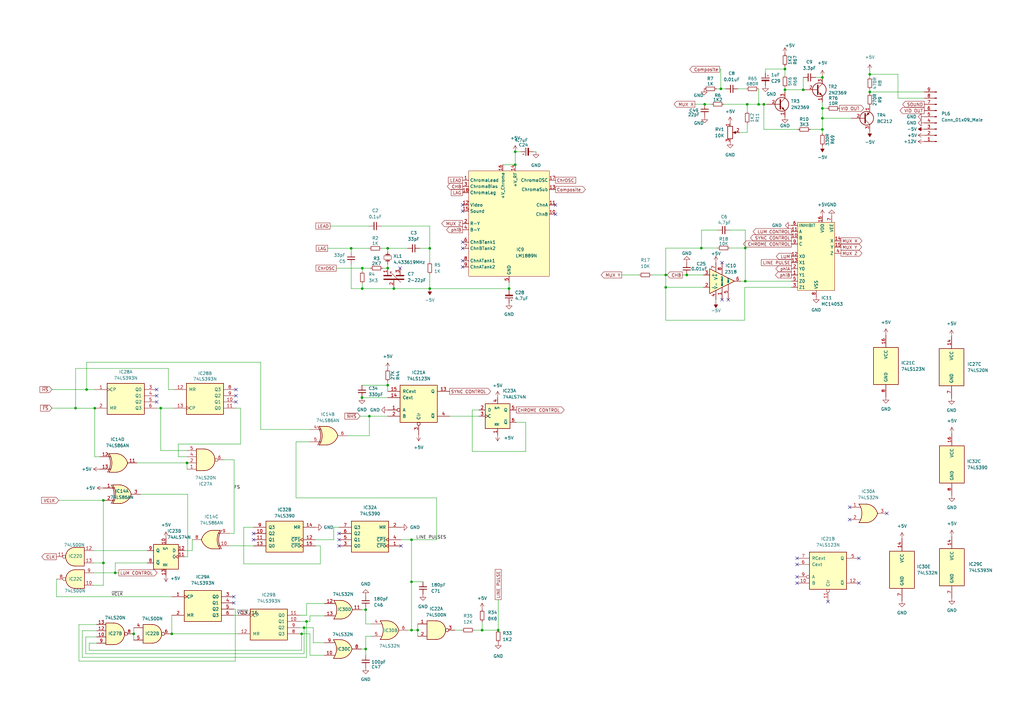
<source format=kicad_sch>
(kicad_sch (version 20230121) (generator eeschema)
  (paper "A3")
  (title_block (date "2023-01-27") (rev "1.7") (comment 2 "Reposition dram and buffer"))
  (junction (at 168.783 258.445))
  (junction (at 337.312 44.45))
  (junction (at 306.451 42.799))
  (junction (at 204.343 258.445))
  (junction (at 313.309 42.799))
  (junction (at 176.276 118.364))
  (junction (at 295.656 36.449))
  (junction (at 273.05 117.856))
  (junction (at 70.485 259.969))
  (junction (at 151.511 170.688))
  (junction (at 124.714 257.429))
  (junction (at 211.328 62.23))
  (junction (at 321.945 36.83))
  (junction (at 125.73 254.889))
  (junction (at 273.05 112.776))
  (junction (at 148.59 109.982))
  (junction (at 47.244 234.9679))
  (junction (at 149.987 266.192))
  (junction (at 176.276 101.854))
  (junction (at 287.655 101.7559))
  (junction (at 159.004 101.854))
  (junction (at 356.743 30.48))
  (junction (at 38.862 167.4252))
  (junction (at 168.783 238.633))
  (junction (at 148.59 118.364))
  (junction (at 65.913 167.386))
  (junction (at 337.312 48.514))
  (junction (at 311.15 42.799))
  (junction (at 42.418 230.886))
  (junction (at 168.783 221.361))
  (junction (at 321.945 28.3122))
  (junction (at 337.312 31.75))
  (junction (at 305.689 101.727))
  (junction (at 159.004 157.988))
  (junction (at 149.987 250.063))
  (junction (at 35.5139 159.766))
  (junction (at 76.708 189.865))
  (junction (at 161.544 118.364))
  (junction (at 356.743 37.719))
  (junction (at 159.004 109.982))
  (junction (at 30.988 167.386))
  (junction (at 171.323 258.445))
  (junction (at 281.686 112.776))
  (junction (at 144.018 101.854))
  (junction (at 289.0165 42.756))
  (junction (at 42.3968 205.232))
  (junction (at 337.312 53.086))
  (junction (at 197.7415 258.4526))
  (junction (at 54.864 259.969))
  (junction (at 329.438 36.83))
  (junction (at 208.788 118.364))
  (junction (at 148.463 163.068))
  (junction (at 305.689 115.316))
  (junction (at 211.328 67.564))
  (junction (at 123.698 259.969))
  (no_connect (at 189.738 109.474))
  (no_connect (at 189.738 106.934))
  (no_connect (at 227.838 84.074))
  (no_connect (at 189.738 99.314))
  (no_connect (at 189.738 101.854))
  (no_connect (at 227.838 87.884))
  (no_connect (at 164.465 223.901))
  (no_connect (at 64.262 164.846))
  (no_connect (at 64.262 162.306))
  (no_connect (at 64.262 159.766))
  (no_connect (at 96.774 159.766))
  (no_connect (at 96.774 162.306))
  (no_connect (at 96.774 164.846))
  (no_connect (at 352.298 239.141))
  (no_connect (at 352.298 228.981))
  (no_connect (at 339.598 246.761))
  (no_connect (at 326.898 228.981))
  (no_connect (at 326.898 231.521))
  (no_connect (at 326.898 236.601))
  (no_connect (at 326.898 239.141))
  (no_connect (at 296.164 122.936))
  (no_connect (at 296.164 107.696))
  (no_connect (at 298.704 122.936))
  (no_connect (at 104.013 218.821))
  (no_connect (at 104.013 221.361))
  (no_connect (at 189.738 86.614))
  (no_connect (at 189.738 84.074))
  (no_connect (at 139.065 218.821))
  (no_connect (at 139.065 221.361))
  (no_connect (at 95.885 244.729))
  (no_connect (at 95.885 247.269))
  (no_connect (at 139.065 223.901))
  (no_connect (at 164.084 109.982))
  (no_connect (at 348.488 208.026))
  (no_connect (at 348.488 213.106))
  (no_connect (at 363.728 210.566))
  (wire (pts (xy 159.004 156.464) (xy 159.004 157.988)))
  (wire (pts (xy 215.646 185.166) (xy 215.646 173.228)))
  (wire (pts (xy 159.004 101.854) (xy 159.004 103.124)))
  (wire (pts (xy 329.438 36.83) (xy 329.692 36.83)))
  (wire (pts (xy 337.312 53.086) (xy 337.312 48.514)))
  (wire (pts (xy 305.689 115.316) (xy 305.689 101.727)))
  (wire (pts (xy 127.127 181.229) (xy 121.412 181.229)))
  (wire (pts (xy 168.783 238.633) (xy 173.482 238.633)))
  (wire (pts (xy 287.655 101.727) (xy 294.259 101.727)))
  (wire (pts (xy 215.646 173.228) (xy 211.709 173.228)))
  (wire (pts (xy 337.312 48.514) (xy 349.123 48.514)))
  (wire (pts (xy 38.354 225.806) (xy 60.452 225.806)))
  (wire (pts (xy 30.988 167.386) (xy 27.5456 167.386)))
  (wire (pts (xy 106.934 176.149) (xy 127.127 176.149)))
  (wire (pts (xy 142.367 178.689) (xy 151.511 178.689)))
  (wire (pts (xy 321.945 36.83) (xy 321.945 37.719)))
  (wire (pts (xy 168.783 258.445) (xy 167.386 258.445)))
  (wire (pts (xy 136.906 216.281) (xy 139.065 216.281)))
  (wire (pts (xy 287.719 94.3607) (xy 287.719 101.7559)))
  (wire (pts (xy 54.864 262.509) (xy 54.864 259.969)))
  (wire (pts (xy 305.435 117.856) (xy 305.435 131.318)))
  (wire (pts (xy 218.694 62.23) (xy 219.837 62.23)))
  (wire (pts (xy 189.4134 258.4374) (xy 186.563 258.445)))
  (wire (pts (xy 356.743 38.354) (xy 356.743 37.719)))
  (wire (pts (xy 148.59 109.982) (xy 148.59 111.252)))
  (wire (pts (xy 78.8277 225.806) (xy 78.8277 221.307)))
  (wire (pts (xy 305.435 131.318) (xy 273.05 131.318)))
  (wire (pts (xy 73.152 182.118) (xy 73.152 187.325)))
  (wire (pts (xy 127.127 252.603) (xy 127.127 254.889)))
  (wire (pts (xy 27.5456 167.386) (xy 21.336 167.3837)))
  (wire (pts (xy 196.469 170.688) (xy 184.404 170.688)))
  (wire (pts (xy 32.385 256.159) (xy 39.624 256.159)))
  (wire (pts (xy 313.944 28.3122) (xy 321.945 28.3122)))
  (wire (pts (xy 295.656 28.448) (xy 295.656 36.449)))
  (wire (pts (xy 96.774 167.386) (xy 98.679 167.386)))
  (wire (pts (xy 134.366 101.854) (xy 144.018 101.854)))
  (wire (pts (xy 149.987 255.905) (xy 152.146 255.905)))
  (wire (pts (xy 148.463 157.988) (xy 159.004 157.988)))
  (wire (pts (xy 273.05 101.7559) (xy 273.05 112.776)))
  (wire (pts (xy 334.518 31.75) (xy 337.312 31.75)))
  (wire (pts (xy 156.464 101.854) (xy 159.004 101.854)))
  (wire (pts (xy 305.689 101.727) (xy 305.689 94.361)))
  (wire (pts (xy 329.438 31.75) (xy 329.438 36.83)))
  (wire (pts (xy 197.7415 258.4526) (xy 194.4934 258.4374)))
  (wire (pts (xy 306.451 54.356) (xy 303.276 54.356)))
  (wire (pts (xy 30.988 167.4252) (xy 38.862 167.4252)))
  (wire (pts (xy 179.07 221.361) (xy 168.783 221.361)))
  (wire (pts (xy 99.9744 216.281) (xy 99.9744 231.2924)))
  (wire (pts (xy 279.908 112.776) (xy 281.686 112.776)))
  (wire (pts (xy 332.359 53.086) (xy 337.312 53.086)))
  (wire (pts (xy 32.385 271.145) (xy 32.385 256.159)))
  (wire (pts (xy 176.276 92.71) (xy 176.276 101.854)))
  (wire (pts (xy 35.179 268.097) (xy 35.179 261.239)))
  (wire (pts (xy 94.0677 223.847) (xy 104.013 223.901)))
  (wire (pts (xy 151.511 170.688) (xy 159.004 170.688)))
  (wire (pts (xy 35.5139 159.766) (xy 35.5139 148.59)))
  (wire (pts (xy 193.675 185.166) (xy 215.646 185.166)))
  (wire (pts (xy 47.244 230.886) (xy 47.244 234.9679)))
  (wire (pts (xy 136.906 221.361) (xy 136.906 216.281)))
  (wire (pts (xy 38.862 167.4252) (xy 38.862 167.386)))
  (wire (pts (xy 54.864 257.429) (xy 54.864 259.969)))
  (wire (pts (xy 123.698 259.969) (xy 122.936 259.969)))
  (wire (pts (xy 285.0304 42.756) (xy 289.0165 42.756)))
  (wire (pts (xy 129.413 223.901) (xy 131.4196 223.901)))
  (wire (pts (xy 306.451 42.799) (xy 311.15 42.799)))
  (wire (pts (xy 33.782 269.621) (xy 33.782 258.699)))
  (wire (pts (xy 368.3 40.259) (xy 368.3 30.48)))
  (wire (pts (xy 321.945 27.178) (xy 321.945 28.3122)))
  (wire (pts (xy 159.004 157.988) (xy 159.004 160.528)))
  (wire (pts (xy 311.15 36.449) (xy 311.15 42.799)))
  (wire (pts (xy 122.936 252.349) (xy 125.73 252.349)))
  (wire (pts (xy 273.05 117.856) (xy 288.544 117.856)))
  (wire (pts (xy 123.698 259.969) (xy 127.127 259.969)))
  (wire (pts (xy 144.0239 118.364) (xy 148.59 118.364)))
  (wire (pts (xy 21.336 159.766) (xy 35.5139 159.766)))
  (wire (pts (xy 47.244 230.886) (xy 60.452 230.886)))
  (wire (pts (xy 23.1713 244.729) (xy 70.485 244.729)))
  (wire (pts (xy 287.655 101.727) (xy 287.655 101.7559)))
  (wire (pts (xy 161.544 117.602) (xy 161.544 118.364)))
  (wire (pts (xy 295.148 28.448) (xy 295.656 28.448)))
  (wire (pts (xy 303.784 115.316) (xy 305.689 115.316)))
  (wire (pts (xy 96.012 188.595) (xy 91.948 188.595)))
  (wire (pts (xy 35.5139 159.766) (xy 38.862 159.766)))
  (wire (pts (xy 313.309 53.086) (xy 327.279 53.086)))
  (wire (pts (xy 211.328 67.564) (xy 206.248 67.564)))
  (wire (pts (xy 311.15 42.799) (xy 313.309 42.799)))
  (wire (pts (xy 144.018 101.854) (xy 151.384 101.854)))
  (wire (pts (xy 144.018 108.458) (xy 144.0239 115.0321)))
  (wire (pts (xy 321.945 28.3122) (xy 321.945 30.861)))
  (wire (pts (xy 123.698 259.969) (xy 123.698 266.7)))
  (wire (pts (xy 204.343 258.445) (xy 204.343 247.269)))
  (wire (pts (xy 137.922 109.982) (xy 148.59 109.982)))
  (wire (pts (xy 30.988 151.13) (xy 30.988 167.386)))
  (wire (pts (xy 148.59 118.364) (xy 161.544 118.364)))
  (wire (pts (xy 306.451 42.799) (xy 306.451 45.72)))
  (wire (pts (xy 356.743 37.719) (xy 356.743 36.703)))
  (wire (pts (xy 287.719 94.3607) (xy 290.6137 94.3607)))
  (wire (pts (xy 70.485 252.349) (xy 70.485 259.969)))
  (wire (pts (xy 125.73 252.349) (xy 125.73 247.523)))
  (wire (pts (xy 122.936 257.429) (xy 124.714 257.429)))
  (wire (pts (xy 171.323 258.445) (xy 168.783 258.445)))
  (wire (pts (xy 356.743 29.0363) (xy 356.743 30.48)))
  (wire (pts (xy 70.104 259.969) (xy 70.485 259.969)))
  (wire (pts (xy 128.524 257.429) (xy 128.524 263.652)))
  (wire (pts (xy 30.988 167.4252) (xy 30.988 167.386)))
  (wire (pts (xy 193.675 168.148) (xy 196.469 168.148)))
  (wire (pts (xy 291.8105 42.756) (xy 289.0165 42.756)))
  (wire (pts (xy 213.614 62.23) (xy 211.328 62.23)))
  (wire (pts (xy 98.679 167.386) (xy 98.679 182.118)))
  (wire (pts (xy 306.07 36.449) (xy 302.641 36.449)))
  (wire (pts (xy 121.412 181.229) (xy 121.412 204.216)))
  (wire (pts (xy 313.944 29.972) (xy 313.944 28.3122)))
  (wire (pts (xy 171.323 255.905) (xy 171.323 258.445)))
  (wire (pts (xy 71.374 167.386) (xy 65.913 167.386)))
  (wire (pts (xy 172.212 101.854) (xy 176.276 101.854)))
  (wire (pts (xy 179.07 204.216) (xy 179.07 221.361)))
  (wire (pts (xy 164.465 221.361) (xy 168.783 221.361)))
  (wire (pts (xy 168.783 258.445) (xy 168.783 238.633)))
  (wire (pts (xy 208.788 115.824) (xy 208.788 118.364)))
  (wire (pts (xy 97.536 252.349) (xy 95.885 252.349)))
  (wire (pts (xy 70.485 259.969) (xy 97.536 259.969)))
  (wire (pts (xy 171.323 260.985) (xy 171.323 258.445)))
  (wire (pts (xy 356.743 30.48) (xy 356.743 31.623)))
  (wire (pts (xy 76.962 228.346) (xy 76.962 202.692)))
  (wire (pts (xy 35.179 261.239) (xy 39.624 261.239)))
  (wire (pts (xy 129.413 221.361) (xy 136.906 221.361)))
  (wire (pts (xy 267.208 112.776) (xy 273.05 112.776)))
  (wire (pts (xy 149.987 249.428) (xy 149.987 250.063)))
  (wire (pts (xy 75.692 225.806) (xy 78.8277 225.806)))
  (wire (pts (xy 151.511 170.688) (xy 151.511 178.689)))
  (wire (pts (xy 131.4196 223.901) (xy 131.4196 231.2924)))
  (wire (pts (xy 148.336 250.063) (xy 149.987 250.063)))
  (wire (pts (xy 306.451 50.8) (xy 306.451 54.356)))
  (wire (pts (xy 305.689 94.361) (xy 299.339 94.361)))
  (wire (pts (xy 296.8905 42.756) (xy 306.451 42.799)))
  (wire (pts (xy 144.018 101.854) (xy 144.018 103.378)))
  (wire (pts (xy 56.134 189.865) (xy 76.708 189.865)))
  (wire (pts (xy 299.339 101.727) (xy 305.689 101.727)))
  (wire (pts (xy 313.309 42.799) (xy 313.309 53.086)))
  (wire (pts (xy 127.127 259.969) (xy 127.127 268.732)))
  (wire (pts (xy 273.05 131.318) (xy 273.05 117.856)))
  (wire (pts (xy 42.418 205.232) (xy 42.418 230.886)))
  (wire (pts (xy 69.088 159.766) (xy 69.088 151.13)))
  (wire (pts (xy 290.6137 94.361) (xy 290.6137 94.3607)))
  (wire (pts (xy 96.52 271.145) (xy 32.385 271.145)))
  (wire (pts (xy 149.987 260.985) (xy 152.146 260.985)))
  (wire (pts (xy 149.987 268.732) (xy 149.987 266.192)))
  (wire (pts (xy 99.9744 216.281) (xy 104.013 216.281)))
  (wire (pts (xy 131.4196 231.2924) (xy 99.9744 231.2924)))
  (wire (pts (xy 122.936 254.889) (xy 125.73 254.889)))
  (wire (pts (xy 148.59 116.332) (xy 148.59 118.364)))
  (wire (pts (xy 123.698 266.7) (xy 36.576 266.7)))
  (wire (pts (xy 96.52 249.809) (xy 96.52 271.145)))
  (wire (pts (xy 98.679 182.118) (xy 73.152 182.118)))
  (wire (pts (xy 36.576 263.779) (xy 39.624 263.779)))
  (wire (pts (xy 76.962 202.692) (xy 57.6368 202.692)))
  (wire (pts (xy 124.714 268.097) (xy 35.179 268.097)))
  (wire (pts (xy 159.004 108.204) (xy 159.004 109.982)))
  (wire (pts (xy 71.374 159.766) (xy 69.088 159.766)))
  (wire (pts (xy 273.05 112.776) (xy 273.05 117.856)))
  (wire (pts (xy 159.004 101.854) (xy 167.132 101.854)))
  (wire (pts (xy 125.73 254.889) (xy 127.127 254.889)))
  (wire (pts (xy 42.418 240.0479) (xy 42.418 230.886)))
  (wire (pts (xy 379.095 40.259) (xy 368.3 40.259)))
  (wire (pts (xy 48.75 234.9679) (xy 47.244 234.9679)))
  (wire (pts (xy 42.3968 205.232) (xy 42.418 205.232)))
  (wire (pts (xy 197.7415 255.0236) (xy 197.7415 258.4526)))
  (wire (pts (xy 69.088 151.13) (xy 30.988 151.13)))
  (wire (pts (xy 124.714 257.429) (xy 124.714 268.097)))
  (wire (pts (xy 144.0239 118.364) (xy 144.0239 115.0321)))
  (wire (pts (xy 211.328 62.23) (xy 211.328 67.564)))
  (wire (pts (xy 356.743 37.719) (xy 379.095 37.719)))
  (wire (pts (xy 337.312 48.514) (xy 337.312 44.45)))
  (wire (pts (xy 127.127 252.603) (xy 133.096 252.603)))
  (wire (pts (xy 281.686 112.776) (xy 288.544 112.776)))
  (wire (pts (xy 148.209 266.192) (xy 149.987 266.192)))
  (wire (pts (xy 128.524 263.652) (xy 132.969 263.652)))
  (wire (pts (xy 148.59 109.982) (xy 151.892 109.982)))
  (wire (pts (xy 135.382 92.71) (xy 151.384 92.71)))
  (wire (pts (xy 337.312 44.45) (xy 337.312 41.91)))
  (wire (pts (xy 94.0677 218.767) (xy 96.012 218.821)))
  (wire (pts (xy 96.52 249.809) (xy 95.885 249.809)))
  (wire (pts (xy 339.217 44.45) (xy 337.312 44.45)))
  (wire (pts (xy 208.788 118.364) (xy 208.788 119.126)))
  (wire (pts (xy 36.576 266.7) (xy 36.576 263.779)))
  (wire (pts (xy 33.782 258.699) (xy 39.624 258.699)))
  (wire (pts (xy 42.418 230.886) (xy 38.354 230.886)))
  (wire (pts (xy 106.934 148.59) (xy 106.934 176.149)))
  (wire (pts (xy 262.128 112.776) (xy 255.016 112.776)))
  (wire (pts (xy 337.312 54.737) (xy 337.312 53.086)))
  (wire (pts (xy 73.152 187.325) (xy 76.708 187.325)))
  (wire (pts (xy 96.012 218.821) (xy 96.012 188.595)))
  (wire (pts (xy 295.656 36.449) (xy 297.561 36.449)))
  (wire (pts (xy 287.719 101.7559) (xy 287.655 101.7559)))
  (wire (pts (xy 47.244 234.9679) (xy 38.4113 234.9679)))
  (wire (pts (xy 305.689 115.316) (xy 324.612 115.316)))
  (wire (pts (xy 65.913 184.785) (xy 65.913 167.386)))
  (wire (pts (xy 124.714 257.429) (xy 128.524 257.429)))
  (wire (pts (xy 313.309 42.799) (xy 314.325 42.799)))
  (wire (pts (xy 337.312 31.369) (xy 337.312 31.75)))
  (wire (pts (xy 293.878 36.449) (xy 295.656 36.449)))
  (wire (pts (xy 65.913 167.386) (xy 64.262 167.386)))
  (wire (pts (xy 121.412 204.216) (xy 179.07 204.216)))
  (wire (pts (xy 176.276 101.854) (xy 176.276 107.442)))
  (wire (pts (xy 176.276 112.522) (xy 176.276 118.364)))
  (wire (pts (xy 161.544 118.364) (xy 176.276 118.364)))
  (wire (pts (xy 204.343 247.269) (xy 204.3276 245.932)))
  (wire (pts (xy 204.343 258.445) (xy 197.7415 258.4526)))
  (wire (pts (xy 125.73 247.523) (xy 133.096 247.523)))
  (wire (pts (xy 76.708 192.405) (xy 76.708 189.865)))
  (wire (pts (xy 24.13 205.232) (xy 42.3968 205.232)))
  (wire (pts (xy 75.692 228.346) (xy 76.962 228.346)))
  (wire (pts (xy 293.624 123.698) (xy 293.624 122.936)))
  (wire (pts (xy 156.972 109.982) (xy 159.004 109.982)))
  (wire (pts (xy 147.701 170.688) (xy 151.511 170.688)))
  (wire (pts (xy 368.3 30.48) (xy 356.743 30.48)))
  (wire (pts (xy 38.862 187.325) (xy 38.862 167.4252)))
  (wire (pts (xy 125.73 254.889) (xy 125.73 269.621)))
  (wire (pts (xy 76.708 184.785) (xy 65.913 184.785)))
  (wire (pts (xy 290.6137 94.361) (xy 294.259 94.361)))
  (wire (pts (xy 148.463 163.068) (xy 159.004 163.068)))
  (wire (pts (xy 176.276 118.364) (xy 208.788 118.364)))
  (wire (pts (xy 156.464 92.71) (xy 176.276 92.71)))
  (wire (pts (xy 193.675 168.148) (xy 193.675 185.166)))
  (wire (pts (xy 324.612 117.856) (xy 305.435 117.856)))
  (wire (pts (xy 168.783 221.361) (xy 168.783 238.633)))
  (wire (pts (xy 321.945 35.941) (xy 321.945 36.83)))
  (wire (pts (xy 38.862 187.325) (xy 40.894 187.325)))
  (wire (pts (xy 125.73 269.621) (xy 33.782 269.621)))
  (wire (pts (xy 273.05 101.7559) (xy 287.655 101.7559)))
  (wire (pts (xy 149.987 250.063) (xy 149.987 255.905)))
  (wire (pts (xy 149.987 266.192) (xy 149.987 260.985)))
  (wire (pts (xy 127.127 268.732) (xy 132.969 268.732)))
  (wire (pts (xy 38.4113 240.0479) (xy 42.418 240.0479)))
  (wire (pts (xy 35.5139 148.59) (xy 106.934 148.59)))
  (wire (pts (xy 23.1713 237.5079) (xy 23.1713 244.729)))
  (wire (pts (xy 321.945 36.83) (xy 329.438 36.83)))
  (label "~{VCLK}{slash}16" (at 97.1634 252.349 0))
  (label "~{VCLK}" (at 45.7031 244.729 0))
  (label "FS" (at 96.012 200.8595 0))
  (label "LINE PULSES" (at 170.6171 221.361 0))
  (global_label "VID OUT" (shape output) (at 344.297 44.45 0) (property "Intersheetrefs" "${INTERSHEET_REFS}" (effects hide)))
  (global_label "Composite" (shape output) (at 295.148 28.448 180) (property "Intersheetrefs" "${INTERSHEET_REFS}" (effects hide)))
  (global_label "LINE PULSE" (shape passive) (at 324.612 107.696 180) (property "Intersheetrefs" "${INTERSHEET_REFS}" (effects hide)))
  (global_label "VCLK" (shape input) (at 24.13 205.232 180) (property "Intersheetrefs" "${INTERSHEET_REFS}" (effects hide)))
  (global_label "MUX Z" (shape output) (at 189.738 91.694 180) (property "Intersheetrefs" "${INTERSHEET_REFS}" (effects hide)))
  (global_label "SOUND" (shape output) (at 379.095 42.799 180) (property "Intersheetrefs" "${INTERSHEET_REFS}" (effects hide)))
  (global_label "MUX X" (shape output) (at 344.932 98.806 0) (property "Intersheetrefs" "${INTERSHEET_REFS}" (effects hide)))
  (global_label "CLK" (shape output) (at 23.114 228.346 180) (property "Intersheetrefs" "${INTERSHEET_REFS}" (effects hide)))
  (global_label "MUX Y" (shape output) (at 344.932 101.346 0) (property "Intersheetrefs" "${INTERSHEET_REFS}" (effects hide)))
  (global_label "Composite" (shape output) (at 227.838 77.724 0) (property "Intersheetrefs" "${INTERSHEET_REFS}" (effects hide)))
  (global_label "ChrOSC" (shape passive) (at 137.922 109.982 180) (property "Intersheetrefs" "${INTERSHEET_REFS}" (effects hide)))
  (global_label "CHROME CONTROL" (shape output) (at 211.709 168.148 0) (property "Intersheetrefs" "${INTERSHEET_REFS}" (effects hide)))
  (global_label "ChrOSC" (shape passive) (at 227.838 73.914 0) (property "Intersheetrefs" "${INTERSHEET_REFS}" (effects hide)))
  (global_label "~{FS}" (shape input) (at 21.336 167.3837 180) (property "Intersheetrefs" "${INTERSHEET_REFS}" (effects hide)))
  (global_label "phiB" (shape output) (at 324.612 112.776 180) (property "Intersheetrefs" "${INTERSHEET_REFS}" (effects hide)))
  (global_label "SYNC CONTROL" (shape output) (at 184.404 160.528 0) (property "Intersheetrefs" "${INTERSHEET_REFS}" (effects hide)))
  (global_label "~{NHS}" (shape input) (at 147.701 170.688 180) (property "Intersheetrefs" "${INTERSHEET_REFS}" (effects hide)))
  (global_label "MUX X" (shape output) (at 285.0304 42.756 180) (property "Intersheetrefs" "${INTERSHEET_REFS}" (effects hide)))
  (global_label "CHB" (shape output) (at 189.738 76.454 180) (property "Intersheetrefs" "${INTERSHEET_REFS}" (effects hide)))
  (global_label "LUM CONTROL" (shape output) (at 324.612 94.996 180) (property "Intersheetrefs" "${INTERSHEET_REFS}" (effects hide)))
  (global_label "VID OUT" (shape output) (at 379.095 45.339 180) (property "Intersheetrefs" "${INTERSHEET_REFS}" (effects hide)))
  (global_label "CHROME CONTROL" (shape output) (at 324.612 100.076 180) (property "Intersheetrefs" "${INTERSHEET_REFS}" (effects hide)))
  (global_label "LEAD" (shape passive) (at 189.738 73.914 180) (property "Intersheetrefs" "${INTERSHEET_REFS}" (effects hide)))
  (global_label "LINE PULSE" (shape passive) (at 204.3276 245.932 90) (property "Intersheetrefs" "${INTERSHEET_REFS}" (effects hide)))
  (global_label "~{HS}" (shape input) (at 21.336 159.766 180) (property "Intersheetrefs" "${INTERSHEET_REFS}" (effects hide)))
  (global_label "CHB" (shape output) (at 279.908 112.776 180) (property "Intersheetrefs" "${INTERSHEET_REFS}" (effects hide)))
  (global_label "LEAD" (shape passive) (at 135.382 92.71 180) (property "Intersheetrefs" "${INTERSHEET_REFS}" (effects hide)))
  (global_label "LUM" (shape output) (at 324.612 105.156 180) (property "Intersheetrefs" "${INTERSHEET_REFS}" (effects hide)))
  (global_label "MUX Y" (shape output) (at 255.016 112.776 180) (property "Intersheetrefs" "${INTERSHEET_REFS}" (effects hide)))
  (global_label "LAG" (shape passive) (at 189.738 78.994 180) (property "Intersheetrefs" "${INTERSHEET_REFS}" (effects hide)))
  (global_label "LAG" (shape passive) (at 134.366 101.854 180) (property "Intersheetrefs" "${INTERSHEET_REFS}" (effects hide)))
  (global_label "SYNC CONTROL" (shape output) (at 324.612 97.536 180) (property "Intersheetrefs" "${INTERSHEET_REFS}" (effects hide)))
  (global_label "MUX Z" (shape output) (at 344.932 103.886 0) (property "Intersheetrefs" "${INTERSHEET_REFS}" (effects hide)))
  (global_label "phiB" (shape output) (at 189.738 94.234 180) (property "Intersheetrefs" "${INTERSHEET_REFS}" (effects hide)))
  (global_label "LUM CONTROL" (shape output) (at 48.75 234.9679 0) (property "Intersheetrefs" "${INTERSHEET_REFS}" (effects hide)))
  (global_label "phiA" (shape output) (at 324.612 110.236 180) (property "Intersheetrefs" "${INTERSHEET_REFS}" (effects hide)))
  (symbol (lib_id "Device:C_Polarized_Small") (at 313.944 32.512 0) (mirror y) (unit 1)
    (property "Reference" "C29" (at 316.23 33.236 0) (effects (justify right)))
    (property "Value" "1uF" (at 316.23 30.696 0) (effects (justify right)))
    (property "Footprint" "Capacitor_THT:CP_Radial_D5.0mm_P2.50mm" (effects hide))
    (property "Datasheet" "https://www.we-online.com/katalog/datasheet/860020772005.pdf" (effects hide))
    (property "DigiKey" "732-8966-1-ND" (effects hide))
  )
  (symbol (lib_id "power:GND") (at 149.987 273.812 0) (mirror y) (unit 1)
    (property "Reference" "#PWR0253" (effects hide))
    (property "Value" "GND" (at 149.987 278.638 0))
  )
  (symbol (lib_id "Device:R_Small") (at 197.7415 252.4836 180) (unit 1)
    (property "Reference" "R34" (at 200.0275 251.2135 0) (effects (justify right)))
    (property "Value" "8K8" (at 200.0275 253.7535 0) (effects (justify right)))
    (property "Footprint" "Resistor_THT:R_Axial_DIN0207_L6.3mm_D2.5mm_P10.16mm_Horizontal" (effects hide))
    (property "DigiKey" "CF14JT6K80CT-ND" (effects hide))
    (property "alt" "20K" (effects hide))
  )
  (symbol (lib_id "power:+5V") (at 171.704 178.308 180) (unit 1)
    (property "Reference" "#PWR0273" (effects hide))
    (property "Value" "+5V" (at 171.704 183.515 0))
  )
  (symbol (lib_id "Device:R_Small") (at 153.924 101.854 270) (unit 1)
    (property "Reference" "R2" (at 153.924 97.663 90))
    (property "Value" "1K" (at 153.924 99.822 90))
    (property "Footprint" "Resistor_THT:R_Axial_DIN0207_L6.3mm_D2.5mm_P10.16mm_Horizontal" (effects hide))
    (property "DigiKey" "CF14JT1K00CT-ND" (effects hide))
  )
  (symbol (lib_id "74xx:74LS20") (at 47.244 259.969 0) (mirror x) (unit 2)
    (property "Reference" "IC27" (at 47.244 259.842 0))
    (property "Value" "74LS20N" (at 47.244 253.365 0))
    (property "Footprint" "Package_DIP:DIP-14_W7.62mm" (effects hide))
    (property "Datasheet" "http://www.ti.com/lit/gpn/sn74LS20" (effects hide))
    (property "DigiKey" "296-3670-5-ND" (effects hide))
  )
  (symbol (lib_id "vdg:SFC2318DC") (at 293.624 115.316 0) (unit 1)
    (property "Reference" "IC10" (at 299.72 108.966 0))
    (property "Value" "2318" (at 299.72 111.506 0))
    (property "Footprint" "Package_DIP:DIP-8_W7.62mm" (effects hide))
    (property "Datasheet" "https://ww1.microchip.com/downloads/en/DeviceDoc/20001811F.pdf" (effects hide))
    (property "DigiKey" "MCP6281-E/P-ND" (effects hide))
    (property "Note" "donor only but MCP6821E is alt (ref on digikey)" (effects hide))
  )
  (symbol (lib_id "Device:C_Small") (at 148.463 160.528 0) (unit 1)
    (property "Reference" "C34" (at 151.13 159.2642 0) (effects (justify left)))
    (property "Value" "330pF" (at 151.13 161.8042 0) (effects (justify left)))
    (property "Footprint" "Capacitor_THT:C_Disc_D3.0mm_W2.0mm_P2.50mm" (effects hide))
    (property "Datasheet" "https://www.vishay.com/docs/45171/kseries.pdf" (effects hide))
    (property "DigiKey" "BC1045CT-ND" (effects hide))
  )
  (symbol (lib_id "power:GND") (at 379.095 50.419 270) (unit 1)
    (property "Reference" "#PWR019" (effects hide))
    (property "Value" "GND" (at 375.92 50.4189 90) (effects (justify right)))
  )
  (symbol (lib_id "Transistor_BJT:BC141") (at 319.405 42.799 0) (unit 1)
    (property "Reference" "TR3" (at 324.358 41.5289 0) (effects (justify left)))
    (property "Value" "2N2369" (at 324.358 44.0689 0) (effects (justify left)))
    (property "Footprint" "Package_TO_SOT_THT:TO-92_Inline" (effects hide))
    (property "Datasheet" "http://www.farnell.com/datasheets/296634.pdf" (effects hide))
    (property "DigiKey" "2N4401D26ZCT-ND" (effects hide))
    (property "Note" "use 2N4401TFR" (effects hide))
  )
  (symbol (lib_id "power:+5V") (at 369.951 220.98 0) (unit 1)
    (property "Reference" "#PWR0261" (effects hide))
    (property "Value" "+5V" (at 369.951 215.773 0))
  )
  (symbol (lib_id "power:GND") (at 288.798 36.449 0) (unit 1)
    (property "Reference" "#PWR07" (effects hide))
    (property "Value" "GND" (at 286.512 39.116 0))
  )
  (symbol (lib_id "74xx:74LS86") (at 50.0168 202.692 0) (unit 1)
    (property "Reference" "IC14" (at 50.0168 201.422 0))
    (property "Value" "74LS86AN" (at 50.0168 203.962 0))
    (property "Footprint" "Package_DIP:DIP-14_W7.62mm" (effects hide))
    (property "Datasheet" "https://media.digikey.com/pdf/Data%20Sheets/Fairchild%20PDFs/DM74LS86.pdf" (effects hide))
    (property "DigiKey" "296-1669-5-ND" (effects hide))
  )
  (symbol (lib_id "power:+5V") (at 40.894 192.405 90) (unit 1)
    (property "Reference" "#PWR0242" (effects hide))
    (property "Value" "+5V" (at 37.592 192.4049 90) (effects (justify left)))
  )
  (symbol (lib_id "power:GND") (at 159.004 168.148 270) (unit 1)
    (property "Reference" "#PWR0274" (effects hide))
    (property "Value" "GND" (at 155.829 168.1479 90) (effects (justify right)))
  )
  (symbol (lib_id "power:GND") (at 313.944 35.052 0) (unit 1)
    (property "Reference" "#PWR010" (effects hide))
    (property "Value" "GND" (at 316.357 38.608 0))
  )
  (symbol (lib_id "74xx:74LS32") (at 369.951 233.68 0) (unit 5)
    (property "Reference" "IC30" (at 376.047 232.4099 0) (effects (justify left)))
    (property "Value" "74LS32N" (at 376.047 234.9499 0) (effects (justify left)))
    (property "Footprint" "Package_DIP:DIP-14_W7.62mm" (effects hide))
    (property "Datasheet" "http://www.ti.com/lit/gpn/sn74LS32" (effects hide))
    (property "DigiKey" "296-1658-5-ND" (effects hide))
  )
  (symbol (lib_id "Device:R_Small") (at 356.743 34.163 180) (unit 1)
    (property "Reference" "R8" (at 360.934 34.163 90))
    (property "Value" "470R" (at 358.775 34.163 90))
    (property "Footprint" "Resistor_THT:R_Axial_DIN0207_L6.3mm_D2.5mm_P10.16mm_Horizontal" (effects hide))
    (property "DigiKey" "CF14JT270RCT-ND" (effects hide))
  )
  (symbol (lib_id "power:+5V") (at 204.089 178.308 180) (unit 1)
    (property "Reference" "#PWR0275" (effects hide))
    (property "Value" "+5V" (at 206.629 179.5779 0) (effects (justify right)))
  )
  (symbol (lib_id "Device:R_Small") (at 321.945 33.401 180) (unit 1)
    (property "Reference" "R68" (at 326.136 33.401 90))
    (property "Value" "5K6" (at 323.977 33.401 90))
    (property "Footprint" "Resistor_THT:R_Axial_DIN0207_L6.3mm_D2.5mm_P10.16mm_Horizontal" (effects hide))
    (property "DigiKey" "CF14JT5K60CT-ND" (effects hide))
  )
  (symbol (lib_id "74xx:74LS74") (at 204.089 170.688 0) (unit 1)
    (property "Reference" "IC23" (at 206.1084 160.274 0) (effects (justify left)))
    (property "Value" "74ALS74N" (at 206.1084 162.814 0) (effects (justify left)))
    (property "Footprint" "Package_DIP:DIP-14_W7.62mm" (effects hide))
    (property "Datasheet" "https://www.ti.com/lit/ds/symlink/sn74als74a.pdf" (effects hide))
    (property "DigiKey" "296-1506-5-ND" (effects hide))
    (property "Note" "LS74 no longer produced, ALS or HCT instead" (effects hide))
  )
  (symbol (lib_id "power:+5V") (at 337.312 88.646 0) (unit 1)
    (property "Reference" "#PWR0264" (effects hide))
    (property "Value" "+5V" (at 337.312 83.947 0))
  )
  (symbol (lib_id "power:GND") (at 149.987 244.348 0) (mirror x) (unit 1)
    (property "Reference" "#PWR0268" (effects hide))
    (property "Value" "GND" (at 149.987 239.522 0))
  )
  (symbol (lib_id "power:GND") (at 164.465 216.281 90) (mirror x) (unit 1)
    (property "Reference" "#PWR0267" (effects hide))
    (property "Value" "GND" (at 168.148 216.2809 90) (effects (justify right)))
  )
  (symbol (lib_id "Device:R_Small") (at 291.338 36.449 270) (unit 1)
    (property "Reference" "R7" (at 291.338 32.258 90))
    (property "Value" "1K" (at 291.338 34.417 90))
    (property "Footprint" "Resistor_THT:R_Axial_DIN0207_L6.3mm_D2.5mm_P10.16mm_Horizontal" (effects hide))
    (property "DigiKey" "CF14JT22K0CT-ND" (effects hide))
  )
  (symbol (lib_id "power:GND") (at 369.951 246.38 0) (unit 1)
    (property "Reference" "#PWR0262" (effects hide))
    (property "Value" "GND" (at 369.951 251.333 0))
  )
  (symbol (lib_id "power:GND") (at 390.398 203.2 0) (unit 1)
    (property "Reference" "#PWR0246" (effects hide))
    (property "Value" "GND" (at 390.398 208.153 0))
  )
  (symbol (lib_id "power:+5V") (at 379.095 55.499 90) (unit 1)
    (property "Reference" "#PWR0281" (effects hide))
    (property "Value" "+5V" (at 372.11 55.499 90) (effects (justify right)))
  )
  (symbol (lib_id "power:+5V") (at 363.347 137.414 0) (unit 1)
    (property "Reference" "#PWR0271" (effects hide))
    (property "Value" "+5V" (at 363.347 132.207 0))
  )
  (symbol (lib_id "Transistor_BJT:BC141") (at 334.772 36.83 0) (unit 1)
    (property "Reference" "TR2" (at 339.725 35.5599 0) (effects (justify left)))
    (property "Value" "2N2369" (at 339.725 38.0999 0) (effects (justify left)))
    (property "Footprint" "Package_TO_SOT_THT:TO-92_Inline" (effects hide))
    (property "Datasheet" "http://www.farnell.com/datasheets/296634.pdf" (effects hide))
    (property "DigiKey" "2N4401D26ZCT-ND" (effects hide))
    (property "Note" "use 2N4401TFR" (effects hide))
  )
  (symbol (lib_id "Device:C_Small") (at 300.101 36.449 270) (unit 1)
    (property "Reference" "C8" (at 300.0946 30.099 90))
    (property "Value" "0.01uF" (at 300.0946 32.639 90))
    (property "Footprint" "Capacitor_THT:C_Disc_D4.3mm_W1.9mm_P5.00mm" (effects hide))
    (property "Datasheet" "https://www.vishay.com/docs/45171/kseries.pdf" (effects hide))
    (property "DigiKey" "BC2662CT-ND" (effects hide))
  )
  (symbol (lib_id "Device:C_Small") (at 149.987 246.888 0) (mirror x) (unit 1)
    (property "Reference" "C46" (at 153.289 248.1518 0) (effects (justify left)))
    (property "Value" "180pF" (at 153.289 245.6118 0) (effects (justify left)))
    (property "Footprint" "Capacitor_THT:C_Disc_D3.0mm_W2.0mm_P2.50mm" (effects hide))
    (property "Datasheet" "https://www.vishay.com/docs/45171/kseries.pdf" (effects hide))
    (property "DigiKey" "BC1016CT-ND" (effects hide))
  )
  (symbol (lib_id "74xx:74LS00") (at 62.484 259.969 0) (unit 2)
    (property "Reference" "IC22" (at 62.484 259.842 0))
    (property "Value" "74LS00N" (at 62.484 253.746 0))
    (property "Footprint" "Package_DIP:DIP-14_W7.62mm" (effects hide))
    (property "Datasheet" "http://www.ti.com/lit/gpn/sn74ls00" (effects hide))
    (property "DigiKey" "296-1626-ND" (effects hide))
  )
  (symbol (lib_id "Device:R_Small") (at 176.276 109.982 0) (unit 1)
    (property "Reference" "R5" (at 178.054 108.7119 0) (effects (justify left)))
    (property "Value" "1K" (at 178.054 111.2519 0) (effects (justify left)))
    (property "Footprint" "Resistor_THT:R_Axial_DIN0207_L6.3mm_D2.5mm_P10.16mm_Horizontal" (effects hide))
    (property "DigiKey" "CF14JT1K00CT-ND" (effects hide))
  )
  (symbol (lib_id "power:GND") (at 341.122 88.646 180) (unit 1)
    (property "Reference" "#PWR0265" (effects hide))
    (property "Value" "GND" (at 341.122 83.947 0))
  )
  (symbol (lib_id "power:+5V") (at 356.743 29.0363 0) (unit 1)
    (property "Reference" "#PWR015" (effects hide))
    (property "Value" "+5V" (at 356.743 23.4483 0))
  )
  (symbol (lib_id "74xx:74LS32") (at 140.716 250.063 0) (unit 4)
    (property "Reference" "IC30" (at 141.224 249.936 0))
    (property "Value" "74LS32N" (at 140.716 243.713 0))
    (property "Footprint" "Package_DIP:DIP-14_W7.62mm" (effects hide))
    (property "Datasheet" "http://www.ti.com/lit/gpn/sn74LS32" (effects hide))
    (property "DigiKey" "296-1658-5-ND" (effects hide))
  )
  (symbol (lib_id "74xx:74LS393") (at 110.236 254.889 0) (unit 2)
    (property "Reference" "IC29" (at 110.236 243.967 0))
    (property "Value" "74LS393N" (at 110.236 246.507 0))
    (property "Footprint" "Package_DIP:DIP-14_W7.62mm" (effects hide))
    (property "Datasheet" "https://www.ti.com/general/docs/suppproductinfo.tsp?distId=10&gotoUrl=https%3A%2F%2Fwww.ti.com%2Flit%2Fgpn%2Fsn74ls390" (effects hide))
    (property "DigiKey" "296-1665-5-ND" (effects hide))
  )
  (symbol (lib_id "Device:R_Small") (at 321.945 24.638 180) (unit 1)
    (property "Reference" "R67" (at 326.136 24.638 90))
    (property "Value" "1K2" (at 323.977 24.638 90))
    (property "Footprint" "Resistor_THT:R_Axial_DIN0207_L6.3mm_D2.5mm_P10.16mm_Horizontal" (effects hide))
    (property "DigiKey" "CF14JT1K20CT-ND" (effects hide))
  )
  (symbol (lib_id "74xx:74LS86") (at 48.514 189.865 0) (unit 4)
    (property "Reference" "IC14" (at 48.2092 180.213 0))
    (property "Value" "74LS86AN" (at 48.2092 182.753 0))
    (property "Footprint" "Package_DIP:DIP-14_W7.62mm" (effects hide))
    (property "Datasheet" "https://media.digikey.com/pdf/Data%20Sheets/Fairchild%20PDFs/DM74LS86.pdf" (effects hide))
    (property "DigiKey" "296-1669-5-ND" (effects hide))
  )
  (symbol (lib_id "74xx:74LS393") (at 390.398 232.664 0) (unit 3)
    (property "Reference" "IC29" (at 397.256 231.3939 0) (effects (justify left)))
    (property "Value" "74LS393N" (at 397.256 233.9339 0) (effects (justify left)))
    (property "Footprint" "Package_DIP:DIP-14_W7.62mm" (effects hide))
    (property "Datasheet" "https://www.ti.com/general/docs/suppproductinfo.tsp?distId=10&gotoUrl=https%3A%2F%2Fwww.ti.com%2Flit%2Fgpn%2Fsn74ls390" (effects hide))
    (property "DigiKey" "296-1665-5-ND" (effects hide))
  )
  (symbol (lib_id "Device:C_Polarized_Small") (at 216.154 62.23 90) (unit 1)
    (property "Reference" "C24" (at 212.725 59.436 90) (effects (justify right)))
    (property "Value" "4.7uF" (at 211.074 57.531 90) (effects (justify right)))
    (property "Footprint" "Capacitor_THT:CP_Radial_D5.0mm_P2.50mm" (effects hide))
    (property "Datasheet" "https://datasheets.kyocera-avx.com/tap.pdf" (effects hide))
    (property "DigiKey" "478-8984-1-ND" (effects hide))
  )
  (symbol (lib_id "power:+5V") (at 293.624 107.696 0) (unit 1)
    (property "Reference" "#PWR0259" (effects hide))
    (property "Value" "+5V" (at 293.624 104.013 0))
  )
  (symbol (lib_id "74xx:74LS86") (at 86.4477 221.307 0) (mirror y) (unit 3)
    (property "Reference" "IC14" (at 86.7525 211.909 0))
    (property "Value" "74LS86AN" (at 86.7525 214.449 0))
    (property "Footprint" "Package_DIP:DIP-14_W7.62mm" (effects hide))
    (property "Datasheet" "https://media.digikey.com/pdf/Data%20Sheets/Fairchild%20PDFs/DM74LS86.pdf" (effects hide))
    (property "DigiKey" "296-1669-5-ND" (effects hide))
  )
  (symbol (lib_id "74xx:74LS123") (at 339.598 234.061 0) (unit 2)
    (property "Reference" "IC21" (at 339.598 220.98 0))
    (property "Value" "74LS123N" (at 339.598 223.52 0))
    (property "Footprint" "Package_DIP:DIP-16_W7.62mm" (effects hide))
    (property "Datasheet" "http://www.ti.com/lit/gpn/sn74LS123" (effects hide))
    (property "DigiKey" "296-1636-5-ND" (effects hide))
  )
  (symbol (lib_id "Device:R_Small") (at 191.9534 258.4374 270) (unit 1)
    (property "Reference" "R35" (at 191.9534 252.5954 90))
    (property "Value" "12K" (at 191.9534 255.1354 90))
    (property "Footprint" "Resistor_THT:R_Axial_DIN0207_L6.3mm_D2.5mm_P10.16mm_Horizontal" (effects hide))
    (property "DigiKey" "CF14JT15K0CT-ND" (effects hide))
  )
  (symbol (lib_id "Device:Crystal_Small") (at 159.004 105.664 90) (unit 1)
    (property "Reference" "XL1" (at 161.29 105.029 90) (effects (justify right)))
    (property "Value" "4.433619MHz" (at 161.29 107.569 90) (effects (justify right)))
    (property "Footprint" "Crystal:Crystal_HC49-U_Horizontal" (effects hide))
    (property "Datasheet" "https://www.we-online.com/catalog/datasheet/830003099B.pdf" (effects hide))
    (property "DigiKey" "1923-830003099B-ND" (effects hide))
  )
  (symbol (lib_id "power:-5V") (at 293.624 123.698 0) (mirror x) (unit 1)
    (property "Reference" "#PWR0256" (effects hide))
    (property "Value" "-5V" (at 293.624 127.381 0))
  )
  (symbol (lib_id "Device:C_Small") (at 281.686 110.236 180) (unit 1)
    (property "Reference" "C25" (at 285.623 108.204 0) (effects (justify right)))
    (property "Value" "0.01uF" (at 283.464 110.236 0) (effects (justify right)))
    (property "Footprint" "Capacitor_THT:C_Disc_D4.3mm_W1.9mm_P5.00mm" (effects hide))
    (property "Datasheet" "https://www.vishay.com/docs/45171/kseries.pdf" (effects hide))
    (property "DigiKey" "BC2662CT-ND" (effects hide))
  )
  (symbol (lib_id "Device:C_Small") (at 144.018 105.918 0) (unit 1)
    (property "Reference" "C5" (at 141.732 107.188 0) (effects (justify right)))
    (property "Value" "33pF" (at 141.732 104.648 0) (effects (justify right)))
    (property "Footprint" "Capacitor_THT:C_Disc_D3.0mm_W2.0mm_P2.50mm" (effects hide))
    (property "Datasheet" "https://www.vishay.com/docs/45171/kseries.pdf" (effects hide))
    (property "DigiKey" "BC1007CT-ND" (effects hide))
  )
  (symbol (lib_id "Device:R_Small") (at 356.743 40.894 180) (unit 1)
    (property "Reference" "R9" (at 360.934 40.894 90))
    (property "Value" "270R" (at 358.775 40.894 90))
    (property "Footprint" "Resistor_THT:R_Axial_DIN0207_L6.3mm_D2.5mm_P10.16mm_Horizontal" (effects hide))
    (property "DigiKey" "CF14JT270RCT-ND" (effects hide))
  )
  (symbol (lib_id "power:+5V") (at 390.398 177.8 0) (unit 1)
    (property "Reference" "#PWR0249" (effects hide))
    (property "Value" "+5V" (at 390.398 172.593 0))
  )
  (symbol (lib_id "power:-5V") (at 379.095 52.959 90) (unit 1)
    (property "Reference" "#PWR0282" (effects hide))
    (property "Value" "-5V" (at 371.983 52.959 90) (effects (justify right)))
  )
  (symbol (lib_id "power:GND") (at 324.612 92.456 270) (unit 1)
    (property "Reference" "#PWR0266" (effects hide))
    (property "Value" "GND" (at 320.675 92.4559 90) (effects (justify right)))
  )
  (symbol (lib_id "power:-5V") (at 176.276 118.364 180) (unit 1)
    (property "Reference" "#PWR06" (effects hide))
    (property "Value" "-5V" (at 176.276 123.063 0))
  )
  (symbol (lib_id "power:+5V") (at 68.072 235.966 180) (unit 1)
    (property "Reference" "#PWR0243" (effects hide))
    (property "Value" "+5V" (at 69.85 237.2359 0) (effects (justify right)))
  )
  (symbol (lib_id "power:-5V") (at 356.743 53.594 180) (unit 1)
    (property "Reference" "#PWR016" (effects hide))
    (property "Value" "-5V" (at 356.743 58.293 0))
  )
  (symbol (lib_id "74xx:74LS20") (at 84.328 188.595 0) (mirror x) (unit 1)
    (property "Reference" "IC27" (at 84.328 198.501 0))
    (property "Value" "74LS20N" (at 84.328 195.961 0))
    (property "Footprint" "Package_DIP:DIP-14_W7.62mm" (effects hide))
    (property "Datasheet" "http://www.ti.com/lit/gpn/sn74LS20" (effects hide))
    (property "DigiKey" "296-3670-5-ND" (effects hide))
  )
  (symbol (lib_id "power:GND") (at 334.772 121.666 0) (unit 1)
    (property "Reference" "#PWR0263" (effects hide))
    (property "Value" "GND" (at 334.772 127.127 0))
  )
  (symbol (lib_id "Device:C_Small") (at 169.672 101.854 270) (unit 1)
    (property "Reference" "C3" (at 169.6656 95.504 90))
    (property "Value" "33pF" (at 169.6656 98.044 90))
    (property "Footprint" "Capacitor_THT:C_Disc_D3.0mm_W2.0mm_P2.50mm" (effects hide))
    (property "Datasheet" "https://www.vishay.com/docs/45171/kseries.pdf" (effects hide))
    (property "DigiKey" "BC1007CT-ND" (effects hide))
  )
  (symbol (lib_id "power:GND") (at 129.413 216.281 90) (mirror x) (unit 1)
    (property "Reference" "#PWR0252" (effects hide))
    (property "Value" "GND" (at 132.715 216.2809 90) (effects (justify right)))
  )
  (symbol (lib_id "power:GND") (at 363.347 162.814 0) (unit 1)
    (property "Reference" "#PWR0270" (effects hide))
    (property "Value" "GND" (at 363.347 167.767 0))
  )
  (symbol (lib_id "74xx:74LS390") (at 151.765 221.361 180) (unit 1)
    (property "Reference" "IC32" (at 151.765 208.153 0))
    (property "Value" "74LS390" (at 151.765 210.693 0))
    (property "Footprint" "Package_DIP:DIP-16_W7.62mm" (effects hide))
    (property "Datasheet" "http://www.ti.com/lit/gpn/sn74LS390" (effects hide))
    (property "DigiKey" "296-26516-5-ND" (effects hide))
  )
  (symbol (lib_id "vdg:MC14053") (at 334.772 105.156 0) (unit 1)
    (property "Reference" "IC11" (at 336.7914 122.174 0) (effects (justify left)))
    (property "Value" "MC14053" (at 336.7914 124.714 0) (effects (justify left)))
    (property "Footprint" "Package_DIP:DIP-16_W7.62mm" (effects hide))
    (property "Datasheet" "https://rocelec.widen.net/view/pdf/kdbfj5guvk/MOTOS09506-1.pdf?t.download=true&u=5oefqw" (effects hide))
    (property "DigiKey" "296-2059-ND" (effects hide))
    (property "Note" "obsolete use CD4053B" (effects hide))
  )
  (symbol (lib_id "power:GND") (at 379.095 47.879 270) (unit 1)
    (property "Reference" "#PWR018" (effects hide))
    (property "Value" "GND" (at 375.92 47.8789 90) (effects (justify right)))
  )
  (symbol (lib_id "Device:C_Polarized_Small") (at 208.788 121.666 180) (unit 1)
    (property "Reference" "C28" (at 211.201 120.015 0) (effects (justify right)))
    (property "Value" "4.7uF" (at 211.201 122.428 0) (effects (justify right)))
    (property "Footprint" "Capacitor_THT:CP_Radial_D5.0mm_P2.50mm" (effects hide))
    (property "Datasheet" "https://datasheets.kyocera-avx.com/tap.pdf" (effects hide))
    (property "DigiKey" "478-8984-1-ND" (effects hide))
  )
  (symbol (lib_id "power:+5V") (at 42.3968 200.152 90) (unit 1)
    (property "Reference" "#PWR0244" (effects hide))
    (property "Value" "+5V" (at 39.0948 200.1519 90) (effects (justify left)))
  )
  (symbol (lib_id "Device:C_Small") (at 153.924 92.71 270) (unit 1)
    (property "Reference" "C2" (at 153.9176 86.36 90))
    (property "Value" "0.1uF" (at 153.9176 88.9 90))
    (property "Footprint" "Capacitor_THT:C_Disc_D4.3mm_W1.9mm_P5.00mm" (effects hide))
    (property "Datasheet" "https://www.vishay.com/docs/45171/kseries.pdf" (effects hide))
    (property "DigiKey" "BC1101CT-ND" (effects hide))
  )
  (symbol (lib_id "Transistor_BJT:2N3906") (at 354.203 48.514 0) (mirror x) (unit 1)
    (property "Reference" "TR4" (at 359.664 47.2439 0) (effects (justify left)))
    (property "Value" "BC212" (at 359.664 49.7839 0) (effects (justify left)))
    (property "Footprint" "Package_TO_SOT_THT:TO-92_Inline" (effects hide))
    (property "Datasheet" "https://www.onsemi.com/pub/Collateral/2N3906-D.PDF" (effects hide))
    (property "DigiKey" "2N3906D26ZCT-ND" (effects hide))
    (property "Note" "use 2N3906" (effects hide))
  )
  (symbol (lib_id "74xx:74LS00") (at 178.943 258.445 0) (unit 1)
    (property "Reference" "IC22" (at 178.943 249.682 0))
    (property "Value" "74LS00N" (at 178.943 252.222 0))
    (property "Footprint" "Package_DIP:DIP-14_W7.62mm" (effects hide))
    (property "Datasheet" "http://www.ti.com/lit/gpn/sn74ls00" (effects hide))
    (property "DigiKey" "296-1626-ND" (effects hide))
  )
  (symbol (lib_id "Device:C_Small") (at 331.978 31.75 270) (unit 1)
    (property "Reference" "C9" (at 331.9716 25.4 90))
    (property "Value" "3.3pF" (at 331.9716 27.94 90))
    (property "Footprint" "Capacitor_THT:C_Disc_D3.0mm_W2.0mm_P2.50mm" (effects hide))
    (property "Datasheet" "https://connect.kemet.com:7667/gateway/IntelliData-ComponentDocumentation/1.0/download/datasheet/C315C220K2G5TA7301" (effects hide))
    (property "DigiKey" "399-13930-1-ND" (effects hide))
  )
  (symbol (lib_id "power:+5V") (at 390.271 137.922 0) (unit 1)
    (property "Reference" "#PWR0251" (effects hide))
    (property "Value" "+5V" (at 390.271 132.715 0))
  )
  (symbol (lib_id "Device:R_Small") (at 264.668 112.776 90) (unit 1)
    (property "Reference" "R17" (at 264.668 106.68 90))
    (property "Value" "10K" (at 264.668 109.22 90))
    (property "Footprint" "Resistor_THT:R_Axial_DIN0207_L6.3mm_D2.5mm_P10.16mm_Horizontal" (effects hide))
    (property "DigiKey" "CF14JT10K0CT-ND" (effects hide))
  )
  (symbol (lib_id "power:+5V") (at 211.328 62.23 0) (unit 1)
    (property "Reference" "#PWR03" (effects hide))
    (property "Value" "+5V" (at 211.328 56.642 0))
  )
  (symbol (lib_id "power:GND") (at 281.686 107.696 180) (unit 1)
    (property "Reference" "#PWR0257" (effects hide))
    (property "Value" "GND" (at 281.686 103.886 0))
  )
  (symbol (lib_id "Device:C_Small") (at 289.0165 45.296 0) (unit 1)
    (property "Reference" "C49" (at 286.5575 45.3077 0) (effects (justify right)))
    (property "Value" "22pF" (at 287.02 46.99 0) (effects (justify right)))
    (property "Footprint" "Capacitor_THT:C_Disc_D3.0mm_W2.0mm_P2.50mm" (effects hide))
    (property "Datasheet" "https://connect.kemet.com:7667/gateway/IntelliData-ComponentDocumentation/1.0/download/datasheet/C315C220K2G5TA7301" (effects hide))
    (property "DigiKey" "399-13930-1-ND" (effects hide))
  )
  (symbol (lib_id "74xx:74LS123") (at 363.347 150.114 0) (unit 3)
    (property "Reference" "IC21" (at 369.57 148.8439 0) (effects (justify left)))
    (property "Value" "74LS123N" (at 369.57 151.3839 0) (effects (justify left)))
    (property "Footprint" "Package_DIP:DIP-16_W7.62mm" (effects hide))
    (property "Datasheet" "http://www.ti.com/lit/gpn/sn74LS123" (effects hide))
    (property "DigiKey" "296-1636-5-ND" (effects hide))
  )
  (symbol (lib_id "power:GND") (at 173.482 243.713 0) (unit 1)
    (property "Reference" "#PWR0254" (effects hide))
    (property "Value" "GND" (at 173.482 248.793 0))
  )
  (symbol (lib_id "power:+5V") (at 68.072 220.726 0) (unit 1)
    (property "Reference" "#PWR0245" (effects hide))
    (property "Value" "+5V" (at 68.072 215.265 0))
  )
  (symbol (lib_id "Device:C_Small") (at 173.482 241.173 0) (mirror x) (unit 1)
    (property "Reference" "C71" (at 176.784 242.4368 0) (effects (justify left)))
    (property "Value" "180pF" (at 176.784 239.8968 0) (effects (justify left)))
    (property "Footprint" "Capacitor_THT:C_Disc_D3.0mm_W2.0mm_P2.50mm" (effects hide))
    (property "Datasheet" "https://www.vishay.com/docs/45171/kseries.pdf" (effects hide))
    (property "DigiKey" "BC1016CT-ND" (effects hide))
  )
  (symbol (lib_id "power:GND") (at 204.343 263.525 0) (unit 1)
    (property "Reference" "#PWR0258" (effects hide))
    (property "Value" "GND" (at 204.343 269.113 0))
  )
  (symbol (lib_id "power:GND") (at 390.271 163.322 0) (unit 1)
    (property "Reference" "#PWR0250" (effects hide))
    (property "Value" "GND" (at 390.271 168.275 0))
  )
  (symbol (lib_id "74xx:74LS00") (at 30.734 228.346 0) (mirror y) (unit 4)
    (property "Reference" "IC22" (at 30.988 228.092 0))
    (property "Value" "74LS00N" (at 30.48 223.52 0))
    (property "Footprint" "Package_DIP:DIP-14_W7.62mm" (effects hide))
    (property "Datasheet" "http://www.ti.com/lit/gpn/sn74ls00" (effects hide))
    (property "DigiKey" "296-1626-ND" (effects hide))
  )
  (symbol (lib_id "74xx:74LS123") (at 171.704 165.608 0) (unit 1)
    (property "Reference" "IC21" (at 171.704 152.781 0))
    (property "Value" "74LS123N" (at 171.704 155.321 0))
    (property "Footprint" "Package_DIP:DIP-16_W7.62mm" (effects hide))
    (property "Datasheet" "http://www.ti.com/lit/gpn/sn74LS123" (effects hide))
    (property "DigiKey" "296-1636-5-ND" (effects hide))
  )
  (symbol (lib_id "power:GND") (at 390.398 245.364 0) (unit 1)
    (property "Reference" "#PWR0248" (effects hide))
    (property "Value" "GND" (at 390.398 250.317 0))
  )
  (symbol (lib_id "Device:R_Small") (at 341.757 44.45 270) (unit 1)
    (property "Reference" "R76" (at 341.757 40.259 90))
    (property "Value" "10R" (at 341.757 42.418 90))
    (property "Footprint" "Resistor_THT:R_Axial_DIN0207_L6.3mm_D2.5mm_P10.16mm_Horizontal" (effects hide))
    (property "DigiKey" "CF14JT10R0CT-ND" (effects hide))
  )
  (symbol (lib_id "vdg:LM1889N") (at 208.788 94.234 0) (unit 1)
    (property "Reference" "IC9" (at 211.709 102.362 0) (effects (justify left)))
    (property "Value" "LM1889N" (at 211.455 104.902 0) (effects (justify left)))
    (property "Footprint" "Package_DIP:DIP-18_W7.62mm" (effects hide))
    (property "Datasheet" "https://www.alldatasheet.com/datasheet-pdf/pdf/8687/NSC/LM1889N.html" (effects hide))
    (property "Note" "donor / NOS" (effects hide))
  )
  (symbol (lib_id "power:+5V") (at 299.466 50.546 0) (unit 1)
    (property "Reference" "#PWR0279" (effects hide))
    (property "Value" "+5V" (at 299.466 45.72 0))
  )
  (symbol (lib_id "power:GND") (at 289.0165 47.836 0) (mirror y) (unit 1)
    (property "Reference" "#PWR0260" (effects hide))
    (property "Value" "GND" (at 286.6035 50.503 0))
  )
  (symbol (lib_id "Device:C_Trim_Differential") (at 161.544 113.792 0) (unit 1)
    (property "Reference" "C7" (at 167.132 112.3949 0) (effects (justify left)))
    (property "Value" "2-22pF" (at 167.132 114.9349 0) (effects (justify left)))
    (property "Footprint" "Dragon:Trimmer-7.5mm" (effects hide))
    (property "Datasheet" "https://connect.kemet.com:7667/gateway/IntelliData-ComponentDocumentation/1.0/download/datasheet/C315C220K2G5TA7301" (effects hide))
  )
  (symbol (lib_id "74xx:74LS390") (at 116.713 221.361 180) (unit 2)
    (property "Reference" "IC32" (at 116.713 209.042 0))
    (property "Value" "74LS390" (at 116.713 211.582 0))
    (property "Footprint" "Package_DIP:DIP-16_W7.62mm" (effects hide))
    (property "Datasheet" "http://www.ti.com/lit/gpn/sn74LS390" (effects hide))
    (property "DigiKey" "296-26516-5-ND" (effects hide))
  )
  (symbol (lib_id "74xx:74LS32") (at 356.108 210.566 0) (unit 1)
    (property "Reference" "IC30" (at 356.108 201.549 0))
    (property "Value" "74LS32N" (at 356.108 204.089 0))
    (property "Footprint" "Package_DIP:DIP-14_W7.62mm" (effects hide))
    (property "Datasheet" "http://www.ti.com/lit/gpn/sn74LS32" (effects hide))
    (property "DigiKey" "296-1658-5-ND" (effects hide))
  )
  (symbol (lib_id "Device:R_Small") (at 204.343 260.985 180) (unit 1)
    (property "Reference" "R33" (at 206.121 259.7149 0) (effects (justify right)))
    (property "Value" "1K2" (at 206.121 262.2549 0) (effects (justify right)))
    (property "Footprint" "Resistor_THT:R_Axial_DIN0207_L6.3mm_D2.5mm_P10.16mm_Horizontal" (effects hide))
    (property "DigiKey" "CF14JT3K30CT-ND" (effects hide))
    (property "alt" "2K7" (effects hide))
  )
  (symbol (lib_id "power:+5V") (at 159.004 151.384 0) (unit 1)
    (property "Reference" "#PWR0272" (effects hide))
    (property "Value" "+5V" (at 159.004 146.177 0))
  )
  (symbol (lib_id "Device:R_Small") (at 159.004 153.924 180) (unit 1)
    (property "Reference" "R44" (at 163.195 153.924 90))
    (property "Value" "27K" (at 161.036 153.924 90))
    (property "Footprint" "Resistor_THT:R_Axial_DIN0207_L6.3mm_D2.5mm_P10.16mm_Horizontal" (effects hide))
    (property "DigiKey" "CF14JT27K0CT-ND" (effects hide))
  )
  (symbol (lib_id "power:GND") (at 321.945 47.879 0) (unit 1)
    (property "Reference" "#PWR012" (effects hide))
    (property "Value" "GND" (at 321.945 51.562 0))
  )
  (symbol (lib_id "Connector:Conn_01x09_Male") (at 384.175 47.879 180) (unit 1)
    (property "Reference" "PL6" (at 386.08 46.6089 0) (effects (justify right)))
    (property "Value" "Conn_01x09_Male" (at 386.08 49.1489 0) (effects (justify right)))
    (property "Footprint" "Connector_Molex:Molex_KK-396_A-41791-0009_1x09_P3.96mm_Vertical" (effects hide))
    (property "Datasheet" "https://app.adam-tech.com/products/download/data_sheet/241222/lhd-xx-ts-data-sheet.pdf" (effects hide))
    (property "DigiKey" "2057-LHD-09-TS-ND" (effects hide))
    (property "Toby" "WH396-09S-010" (effects hide))
  )
  (symbol (lib_id "Device:R_Small") (at 308.61 36.449 270) (unit 1)
    (property "Reference" "R65" (at 308.61 32.258 90))
    (property "Value" "680R" (at 308.61 34.417 90))
    (property "Footprint" "Resistor_THT:R_Axial_DIN0207_L6.3mm_D2.5mm_P10.16mm_Horizontal" (effects hide))
    (property "DigiKey" "CF14JT2K70CT-ND" (effects hide))
  )
  (symbol (lib_id "Device:R_Potentiometer") (at 299.466 54.356 0) (unit 1)
    (property "Reference" "RV1" (at 297.053 53.0859 0) (effects (justify right)))
    (property "Value" "10K" (at 297.053 55.6259 0) (effects (justify right)))
    (property "Footprint" "Potentiometer_THT:Potentiometer_Bourns_3386X_Horizontal" (effects hide))
    (property "DigiKey" "3386H-103LF-ND" (effects hide))
  )
  (symbol (lib_id "Device:R_Small") (at 294.3505 42.756 90) (unit 1)
    (property "Reference" "R6" (at 294.386 39.116 90))
    (property "Value" "1K2" (at 294.386 40.894 90))
    (property "Footprint" "Resistor_THT:R_Axial_DIN0207_L6.3mm_D2.5mm_P10.16mm_Horizontal" (effects hide))
    (property "DigiKey" "CF14JT1K00CT-ND" (effects hide))
  )
  (symbol (lib_id "power:+5V") (at 197.7415 249.9436 0) (unit 1)
    (property "Reference" "#PWR0255" (effects hide))
    (property "Value" "+5V" (at 197.7415 245.3716 0))
  )
  (symbol (lib_id "power:-5V") (at 337.312 59.817 180) (unit 1)
    (property "Reference" "#PWR014" (effects hide))
    (property "Value" "-5V" (at 337.312 64.516 0))
  )
  (symbol (lib_id "74xx:74LS86") (at 134.747 178.689 0) (unit 2)
    (property "Reference" "IC14" (at 134.4422 169.926 0))
    (property "Value" "74LS86AN" (at 134.4422 172.466 0))
    (property "Footprint" "Package_DIP:DIP-14_W7.62mm" (effects hide))
    (property "Datasheet" "https://media.digikey.com/pdf/Data%20Sheets/Fairchild%20PDFs/DM74LS86.pdf" (effects hide))
    (property "DigiKey" "296-1669-5-ND" (effects hide))
  )
  (symbol (lib_id "74xx:74LS393") (at 51.562 162.306 0) (unit 1)
    (property "Reference" "IC28" (at 51.562 152.527 0))
    (property "Value" "74LS393N" (at 51.562 155.067 0))
    (property "Footprint" "Package_DIP:DIP-14_W7.62mm" (effects hide))
    (property "Datasheet" "https://www.ti.com/general/docs/suppproductinfo.tsp?distId=10&gotoUrl=https%3A%2F%2Fwww.ti.com%2Flit%2Fgpn%2Fsn74ls390" (effects hide))
    (property "DigiKey" "296-1665-5-ND" (effects hide))
  )
  (symbol (lib_id "power:+5V") (at 337.312 31.369 0) (unit 1)
    (property "Reference" "#PWR013" (effects hide))
    (property "Value" "+5V" (at 337.312 25.781 0))
  )
  (symbol (lib_id "Device:C_Small") (at 296.799 94.361 90) (unit 1)
    (property "Reference" "C6" (at 295.656 88.9 90) (effects (justify right)))
    (property "Value" "4.7pF" (at 294.386 91.313 90) (effects (justify right)))
    (property "Footprint" "Capacitor_THT:C_Disc_D3.0mm_W2.0mm_P2.50mm" (effects hide))
    (property "DigiKey" "445-180473-1-ND" (effects hide))
  )
  (symbol (lib_id "Device:R_Small") (at 329.819 53.086 270) (unit 1)
    (property "Reference" "R10" (at 329.819 48.895 90))
    (property "Value" "3K3" (at 329.819 51.054 90))
    (property "Footprint" "Resistor_THT:R_Axial_DIN0207_L6.3mm_D2.5mm_P10.16mm_Horizontal" (effects hide))
    (property "DigiKey" "CF14JT2K70CT-ND" (effects hide))
  )
  (symbol (lib_id "74xx:74LS74") (at 68.072 228.346 0) (mirror y) (unit 2)
    (property "Reference" "IC23" (at 68.5926 217.805 0) (effects (justify right)))
    (property "Value" "74ALS74N" (at 68.5926 220.345 0) (effects (justify right)))
    (property "Footprint" "Package_DIP:DIP-14_W7.62mm" (effects hide))
    (property "Datasheet" "https://www.ti.com/lit/ds/symlink/sn74als74a.pdf" (effects hide))
    (property "DigiKey" "296-1506-5-ND" (effects hide))
    (property "Note" "LS74 no longer produced, ALS or HCT instead" (effects hide))
  )
  (symbol (lib_id "74xx:74LS00") (at 30.7913 237.5079 0) (mirror y) (unit 3)
    (property "Reference" "IC22" (at 30.988 237.49 0))
    (property "Value" "74LS00N" (at 30.734 242.316 0))
    (property "Footprint" "Package_DIP:DIP-14_W7.62mm" (effects hide))
    (property "Datasheet" "http://www.ti.com/lit/gpn/sn74ls00" (effects hide))
    (property "DigiKey" "296-1626-ND" (effects hide))
  )
  (symbol (lib_id "Device:R_Small") (at 306.451 48.26 180) (unit 1)
    (property "Reference" "R11" (at 310.642 48.26 90))
    (property "Value" "1K2" (at 308.483 48.26 90))
    (property "Footprint" "Resistor_THT:R_Axial_DIN0207_L6.3mm_D2.5mm_P10.16mm_Horizontal" (effects hide))
    (property "DigiKey" "CF14JT2K70CT-ND" (effects hide))
  )
  (symbol (lib_id "power:GND") (at 208.788 124.206 0) (unit 1)
    (property "Reference" "#PWR02" (effects hide))
    (property "Value" "GND" (at 208.788 128.905 0))
  )
  (symbol (lib_id "Device:R_Small") (at 148.59 113.792 180) (unit 1)
    (property "Reference" "R4" (at 151.13 112.5219 0) (effects (justify right)))
    (property "Value" "3K3" (at 151.13 115.0619 0) (effects (justify right)))
    (property "Footprint" "Resistor_THT:R_Axial_DIN0207_L6.3mm_D2.5mm_P10.16mm_Horizontal" (effects hide))
    (property "DigiKey" "CF14JT3K30CT-ND" (effects hide))
  )
  (symbol (lib_id "power:+5V") (at 321.945 22.098 0) (unit 1)
    (property "Reference" "#PWR011" (effects hide))
    (property "Value" "+5V" (at 323.977 18.669 0))
  )
  (symbol (lib_id "Device:R_Small") (at 296.799 101.727 90) (unit 1)
    (property "Reference" "R18" (at 296.799 98.044 90))
    (property "Value" "10K" (at 296.799 99.949 90))
    (property "Footprint" "Resistor_THT:R_Axial_DIN0207_L6.3mm_D2.5mm_P10.16mm_Horizontal" (effects hide))
    (property "DigiKey" "CF14JT10K0CT-ND" (effects hide))
  )
  (symbol (lib_id "power:+5V") (at 204.089 163.068 0) (unit 1)
    (property "Reference" "#PWR0276" (effects hide))
    (property "Value" "+5V" (at 204.089 158.115 0))
  )
  (symbol (lib_id "power:GND") (at 219.837 62.23 0) (unit 1)
    (property "Reference" "#PWR04" (effects hide))
    (property "Value" "GND" (at 219.837 67.818 0))
  )
  (symbol (lib_id "74xx:74LS32") (at 140.589 266.192 0) (unit 3)
    (property "Reference" "IC30" (at 140.97 266.192 0))
    (property "Value" "74LS32N" (at 140.589 260.223 0))
    (property "Footprint" "Package_DIP:DIP-14_W7.62mm" (effects hide))
    (property "Datasheet" "http://www.ti.com/lit/gpn/sn74LS32" (effects hide))
    (property "DigiKey" "296-1658-5-ND" (effects hide))
  )
  (symbol (lib_id "Device:C_Small") (at 149.987 271.272 0) (unit 1)
    (property "Reference" "C47" (at 156.21 273.558 0) (effects (justify right)))
    (property "Value" "100pF" (at 158.369 271.526 0) (effects (justify right)))
    (property "Footprint" "Capacitor_THT:C_Disc_D3.0mm_W2.0mm_P2.50mm" (effects hide))
    (property "Datasheet" "https://connect.kemet.com:7667/gateway/IntelliData-ComponentDocumentation/1.0/download/datasheet/C316C101J5G5TA7303" (effects hide))
    (property "DigiKey" "399-C316C101J5G5TA7303CT-ND" (effects hide))
  )
  (symbol (lib_id "power:GND") (at 148.463 163.068 0) (unit 1)
    (property "Reference" "#PWR0277" (effects hide))
    (property "Value" "GND" (at 148.463 168.021 0))
  )
  (symbol (lib_id "74xx:74LS32") (at 159.766 258.445 0) (unit 2)
    (property "Reference" "IC30" (at 160.274 258.572 0))
    (property "Value" "74LS32N" (at 159.766 264.922 0))
    (property "Footprint" "Package_DIP:DIP-14_W7.62mm" (effects hide))
    (property "Datasheet" "http://www.ti.com/lit/gpn/sn74LS32" (effects hide))
    (property "DigiKey" "296-1658-5-ND" (effects hide))
  )
  (symbol (lib_id "power:+5V") (at 390.398 219.964 0) (unit 1)
    (property "Reference" "#PWR0247" (effects hide))
    (property "Value" "+5V" (at 390.398 214.757 0))
  )
  (symbol (lib_id "power:+12V") (at 379.095 58.039 90) (unit 1)
    (property "Reference" "#PWR022" (effects hide))
    (property "Value" "+12V" (at 375.92 58.0389 90) (effects (justify left)))
  )
  (symbol (lib_id "74xx:74LS393") (at 83.185 247.269 0) (unit 1)
    (property "Reference" "IC29" (at 83.185 236.601 0))
    (property "Value" "74LS393N" (at 83.185 239.141 0))
    (property "Footprint" "Package_DIP:DIP-14_W7.62mm" (effects hide))
    (property "Datasheet" "https://www.ti.com/general/docs/suppproductinfo.tsp?distId=10&gotoUrl=https%3A%2F%2Fwww.ti.com%2Flit%2Fgpn%2Fsn74ls390" (effects hide))
    (property "DigiKey" "296-1665-5-ND" (effects hide))
  )
  (symbol (lib_id "74xx:74LS390") (at 390.398 190.5 0) (unit 3)
    (property "Reference" "IC32" (at 396.621 189.2299 0) (effects (justify left)))
    (property "Value" "74LS390" (at 396.621 191.7699 0) (effects (justify left)))
    (property "Footprint" "Package_DIP:DIP-16_W7.62mm" (effects hide))
    (property "Datasheet" "http://www.ti.com/lit/gpn/sn74LS390" (effects hide))
    (property "DigiKey" "296-26516-5-ND" (effects hide))
  )
  (symbol (lib_id "Device:R_Small") (at 154.432 109.982 270) (unit 1)
    (property "Reference" "R3" (at 154.432 106.045 90))
    (property "Value" "2K7" (at 154.432 108.077 90))
    (property "Footprint" "Resistor_THT:R_Axial_DIN0207_L6.3mm_D2.5mm_P10.16mm_Horizontal" (effects hide))
    (property "DigiKey" "CF14JT5K60CT-ND" (effects hide))
  )
  (symbol (lib_id "74xx:74LS20") (at 390.271 150.622 0) (unit 3)
    (property "Reference" "IC27" (at 396.748 149.3519 0) (effects (justify left)))
    (property "Value" "74LS20N" (at 396.748 151.8919 0) (effects (justify left)))
    (property "Footprint" "Package_DIP:DIP-14_W7.62mm" (effects hide))
    (property "Datasheet" "http://www.ti.com/lit/gpn/sn74LS20" (effects hide))
    (property "DigiKey" "296-3670-5-ND" (effects hide))
  )
  (symbol (lib_id "power:GND") (at 299.466 58.166 0) (unit 1)
    (property "Reference" "#PWR0280" (effects hide))
    (property "Value" "GND" (at 299.466 63.5 0))
  )
  (symbol (lib_id "74xx:74LS393") (at 84.074 164.846 0) (mirror x) (unit 2)
    (property "Reference" "IC28" (at 84.074 153.162 0))
    (property "Value" "74LS393N" (at 84.074 155.448 0))
    (property "Footprint" "Package_DIP:DIP-14_W7.62mm" (effects hide))
    (property "Datasheet" "https://www.ti.com/general/docs/suppproductinfo.tsp?distId=10&gotoUrl=https%3A%2F%2Fwww.ti.com%2Flit%2Fgpn%2Fsn74ls390" (effects hide))
    (property "DigiKey" "296-1665-5-ND" (effects hide))
  )
  (symbol (lib_id "Device:R_Small") (at 337.312 57.277 180) (unit 1)
    (property "Reference" "R69" (at 341.503 57.277 90))
    (property "Value" "330R" (at 339.344 57.277 90))
    (property "Footprint" "Resistor_THT:R_Axial_DIN0207_L6.3mm_D2.5mm_P10.16mm_Horizontal" (effects hide))
    (property "DigiKey" "CF14JT330RCT-ND" (effects hide))
  )
)
</source>
